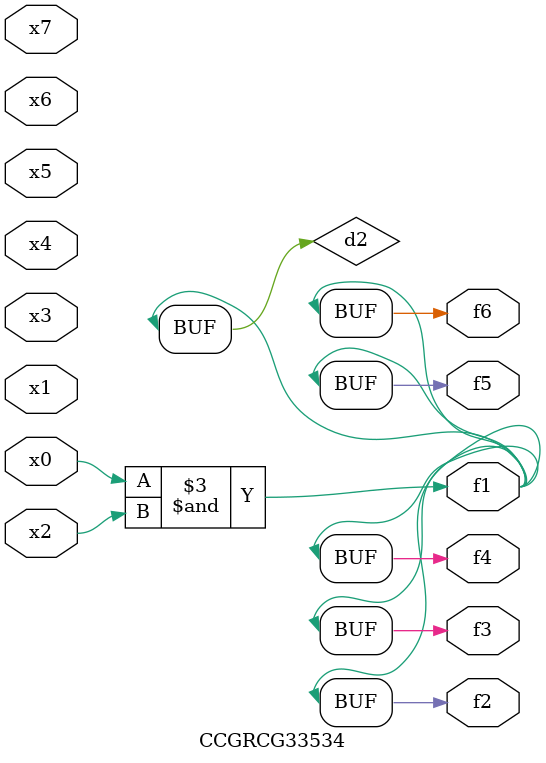
<source format=v>
module CCGRCG33534(
	input x0, x1, x2, x3, x4, x5, x6, x7,
	output f1, f2, f3, f4, f5, f6
);

	wire d1, d2;

	nor (d1, x3, x6);
	and (d2, x0, x2);
	assign f1 = d2;
	assign f2 = d2;
	assign f3 = d2;
	assign f4 = d2;
	assign f5 = d2;
	assign f6 = d2;
endmodule

</source>
